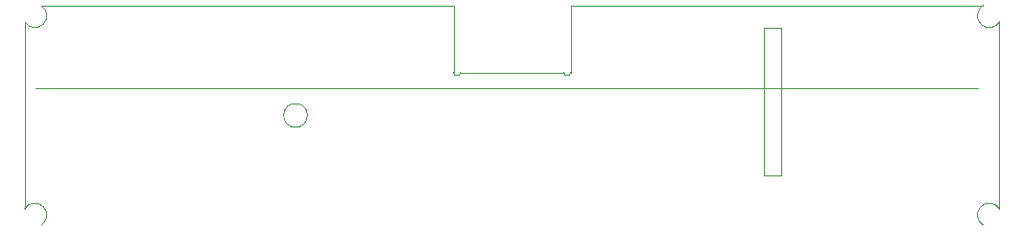
<source format=gbr>
%TF.GenerationSoftware,KiCad,Pcbnew,9.0.3*%
%TF.CreationDate,2025-07-16T18:33:31-04:00*%
%TF.ProjectId,board,626f6172-642e-46b6-9963-61645f706362,rev?*%
%TF.SameCoordinates,Original*%
%TF.FileFunction,Profile,NP*%
%FSLAX46Y46*%
G04 Gerber Fmt 4.6, Leading zero omitted, Abs format (unit mm)*
G04 Created by KiCad (PCBNEW 9.0.3) date 2025-07-16 18:33:31*
%MOMM*%
%LPD*%
G01*
G04 APERTURE LIST*
%TA.AperFunction,Profile*%
%ADD10C,0.050000*%
%TD*%
G04 APERTURE END LIST*
D10*
X104059168Y-27300000D02*
X20940832Y-27299999D01*
X104559168Y-39400000D02*
G75*
G02*
X106000000Y-37959168I540832J900000D01*
G01*
X106000000Y-21440832D02*
G75*
G02*
X104559168Y-20000000I-900000J540832D01*
G01*
X20000000Y-37959168D02*
G75*
G02*
X21440834Y-39399999I899993J-540839D01*
G01*
X21450000Y-20000000D02*
G75*
G02*
X20000000Y-21440000I-548587J-897638D01*
G01*
X21450000Y-20000000D02*
X57830000Y-20000000D01*
X58430000Y-25900000D02*
G75*
G02*
X57830000Y-25900000I-300000J0D01*
G01*
X57830000Y-20000000D02*
X57830000Y-25900000D01*
X44950000Y-29700000D02*
G75*
G02*
X42850000Y-29700000I-1050000J0D01*
G01*
X42850000Y-29700000D02*
G75*
G02*
X44950000Y-29700000I1050000J0D01*
G01*
X68170000Y-25900000D02*
X68170000Y-20000000D01*
X68170000Y-25900000D02*
G75*
G02*
X67570000Y-25900000I-300000J0D01*
G01*
X58430000Y-25900000D02*
X67570000Y-25900000D01*
X68170000Y-20000000D02*
X104559168Y-20000000D01*
X20000000Y-37959168D02*
X20000000Y-21440832D01*
X106000000Y-21440832D02*
X106000000Y-37959168D01*
X85200000Y-22000000D02*
X86700000Y-22000000D01*
X86700000Y-35000000D01*
X85200000Y-35000000D01*
X85200000Y-22000000D01*
M02*

</source>
